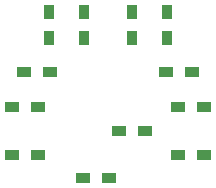
<source format=gbr>
%TF.GenerationSoftware,KiCad,Pcbnew,5.1.10*%
%TF.CreationDate,2022-02-19T21:26:53-05:00*%
%TF.ProjectId,selector_switch,73656c65-6374-46f7-925f-737769746368,rev?*%
%TF.SameCoordinates,Original*%
%TF.FileFunction,Paste,Bot*%
%TF.FilePolarity,Positive*%
%FSLAX46Y46*%
G04 Gerber Fmt 4.6, Leading zero omitted, Abs format (unit mm)*
G04 Created by KiCad (PCBNEW 5.1.10) date 2022-02-19 21:26:53*
%MOMM*%
%LPD*%
G01*
G04 APERTURE LIST*
%ADD10R,1.200000X0.900000*%
%ADD11R,0.900000X1.200000*%
G04 APERTURE END LIST*
D10*
%TO.C,R12*%
X155100000Y-76000000D03*
X152900000Y-76000000D03*
%TD*%
%TO.C,R11*%
X163100000Y-74000000D03*
X160900000Y-74000000D03*
%TD*%
%TO.C,R10*%
X163100000Y-70000000D03*
X160900000Y-70000000D03*
%TD*%
%TO.C,R9*%
X162100000Y-67000000D03*
X159900000Y-67000000D03*
%TD*%
D11*
%TO.C,R8*%
X160000000Y-61900000D03*
X160000000Y-64100000D03*
%TD*%
%TO.C,R7*%
X157000000Y-61900000D03*
X157000000Y-64100000D03*
%TD*%
%TO.C,R6*%
X153000000Y-61900000D03*
X153000000Y-64100000D03*
%TD*%
%TO.C,R5*%
X150000000Y-61900000D03*
X150000000Y-64100000D03*
%TD*%
D10*
%TO.C,R4*%
X147900000Y-67000000D03*
X150100000Y-67000000D03*
%TD*%
%TO.C,R3*%
X146900000Y-70000000D03*
X149100000Y-70000000D03*
%TD*%
%TO.C,R2*%
X146900000Y-74000000D03*
X149100000Y-74000000D03*
%TD*%
%TO.C,R1*%
X155900000Y-72000000D03*
X158100000Y-72000000D03*
%TD*%
M02*

</source>
